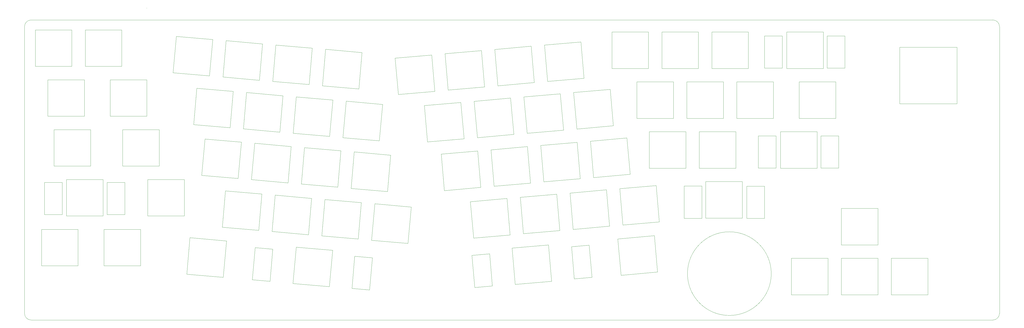
<source format=gbr>
%TF.GenerationSoftware,KiCad,Pcbnew,7.0.6*%
%TF.CreationDate,2023-09-01T00:58:10-07:00*%
%TF.ProjectId,top_plate,746f705f-706c-4617-9465-2e6b69636164,rev?*%
%TF.SameCoordinates,Original*%
%TF.FileFunction,Profile,NP*%
%FSLAX46Y46*%
G04 Gerber Fmt 4.6, Leading zero omitted, Abs format (unit mm)*
G04 Created by KiCad (PCBNEW 7.0.6) date 2023-09-01 00:58:10*
%MOMM*%
%LPD*%
G01*
G04 APERTURE LIST*
%TA.AperFunction,Profile*%
%ADD10C,0.200000*%
%TD*%
%TA.AperFunction,Profile*%
%ADD11C,0.100000*%
%TD*%
%TA.AperFunction,Profile*%
%ADD12C,0.050000*%
%TD*%
G04 APERTURE END LIST*
D10*
X77825700Y-81442770D02*
G75*
G03*
X77825700Y-81442770I-1J0D01*
G01*
D11*
X33748096Y-85987676D02*
G75*
G03*
X31208096Y-88527670I-26J-2539974D01*
G01*
D12*
X364954872Y-96369089D02*
X386795621Y-96369089D01*
X386795621Y-117955876D01*
X364954872Y-117955876D01*
X364954872Y-96369089D01*
D11*
X400449155Y-200642025D02*
X33748096Y-200642025D01*
D12*
X315967525Y-182907188D02*
G75*
G03*
X315967525Y-182907188I-15979145J0D01*
G01*
D11*
X402989155Y-88527670D02*
X402989155Y-198102025D01*
X402989130Y-88527670D02*
G75*
G03*
X400449155Y-85987670I-2540030J-30D01*
G01*
X400449155Y-200642055D02*
G75*
G03*
X402989155Y-198102025I145J2539855D01*
G01*
X33748096Y-85987670D02*
X400449155Y-85987670D01*
X31208096Y-198102025D02*
X31208096Y-88527670D01*
X31208075Y-198102025D02*
G75*
G03*
X33748096Y-200642025I2540125J125D01*
G01*
D12*
%TO.C,REF\u002A\u002A*%
X201809151Y-175934714D02*
X208513542Y-175348156D01*
X208513542Y-175348156D02*
X209584686Y-187591389D01*
X209584686Y-187591389D02*
X202880295Y-188177947D01*
X202880295Y-188177947D02*
X201809151Y-175934714D01*
X239765041Y-172624042D02*
X246469431Y-172037484D01*
X246469431Y-172037484D02*
X247539704Y-184270755D01*
X247539704Y-184270755D02*
X240835313Y-184857313D01*
X240835313Y-184857313D02*
X239765041Y-172624042D01*
X119148382Y-172947182D02*
X125852772Y-173533741D01*
X125852772Y-173533741D02*
X124781628Y-185776973D01*
X124781628Y-185776973D02*
X118077238Y-185190415D01*
X118077238Y-185190415D02*
X119148382Y-172947182D01*
X157102528Y-176277778D02*
X163806918Y-176864336D01*
X163806918Y-176864336D02*
X162736646Y-189097607D01*
X162736646Y-189097607D02*
X156032256Y-188511049D01*
X156032256Y-188511049D02*
X157102528Y-176277778D01*
%TO.C,K_CTRL*%
X37663199Y-165967770D02*
X51613199Y-165967770D01*
X51613199Y-165967770D02*
X51613199Y-179917770D01*
X51613199Y-179917770D02*
X37663199Y-179917770D01*
X37663199Y-179917770D02*
X37663199Y-165967770D01*
%TO.C,K_B*%
X164735447Y-156211673D02*
X178632365Y-157427496D01*
X178632365Y-157427496D02*
X177416542Y-171324412D01*
X177416542Y-171324412D02*
X163519625Y-170108589D01*
X163519625Y-170108589D02*
X164735447Y-156211673D01*
%TO.C,K_UP*%
X342677649Y-157957376D02*
X356627649Y-157957376D01*
X356627649Y-157957376D02*
X356627649Y-171907376D01*
X356627649Y-171907376D02*
X342677649Y-171907376D01*
X342677649Y-171907376D02*
X342677649Y-157957376D01*
%TO.C,K_MINUS*%
X274220149Y-90597376D02*
X288170149Y-90597376D01*
X288170149Y-90597376D02*
X288170149Y-104547376D01*
X288170149Y-104547376D02*
X274220149Y-104547376D01*
X274220149Y-104547376D02*
X274220149Y-90597376D01*
%TO.C,K_CAPS*%
X42425699Y-127867770D02*
X56375699Y-127867770D01*
X56375699Y-127867770D02*
X56375699Y-141817770D01*
X56375699Y-141817770D02*
X42425699Y-141817770D01*
X42425699Y-141817770D02*
X42425699Y-127867770D01*
%TO.C,K_COMMA*%
X239172034Y-152077489D02*
X253068950Y-150861667D01*
X253068950Y-150861667D02*
X254284773Y-164758584D01*
X254284773Y-164758584D02*
X240387857Y-165974407D01*
X240387857Y-165974407D02*
X239172034Y-152077489D01*
%TO.C,K_W*%
X96890423Y-112030467D02*
X110787341Y-113246290D01*
X110787341Y-113246290D02*
X109571518Y-127143206D01*
X109571518Y-127143206D02*
X95674601Y-125927383D01*
X95674601Y-125927383D02*
X96890423Y-112030467D01*
%TO.C,K_T*%
X153822950Y-117011417D02*
X167719868Y-118227240D01*
X167719868Y-118227240D02*
X166504045Y-132124156D01*
X166504045Y-132124156D02*
X152607128Y-130908333D01*
X152607128Y-130908333D02*
X153822950Y-117011417D01*
%TO.C,K_5*%
X145994513Y-97203750D02*
X159891431Y-98419573D01*
X159891431Y-98419573D02*
X158675608Y-112316489D01*
X158675608Y-112316489D02*
X144778691Y-111100666D01*
X144778691Y-111100666D02*
X145994513Y-97203750D01*
%TO.C,K_X*%
X107802921Y-151230722D02*
X121699839Y-152446545D01*
X121699839Y-152446545D02*
X120484016Y-166343461D01*
X120484016Y-166343461D02*
X106587099Y-165127638D01*
X106587099Y-165127638D02*
X107802921Y-151230722D01*
%TO.C,K_Z*%
X78144449Y-146917770D02*
X92094449Y-146917770D01*
X92094449Y-146917770D02*
X92094449Y-160867770D01*
X92094449Y-160867770D02*
X78144449Y-160867770D01*
X78144449Y-160867770D02*
X78144449Y-146917770D01*
%TO.C,K_1*%
X54331949Y-89767770D02*
X68281949Y-89767770D01*
X68281949Y-89767770D02*
X68281949Y-103717770D01*
X68281949Y-103717770D02*
X54331949Y-103717770D01*
X54331949Y-103717770D02*
X54331949Y-89767770D01*
%TO.C,K_E*%
X115867931Y-113690783D02*
X129764849Y-114906606D01*
X129764849Y-114906606D02*
X128549026Y-128803522D01*
X128549026Y-128803522D02*
X114652109Y-127587699D01*
X114652109Y-127587699D02*
X115867931Y-113690783D01*
%TO.C,K_TAB*%
X40044449Y-108817770D02*
X53994449Y-108817770D01*
X53994449Y-108817770D02*
X53994449Y-122767770D01*
X53994449Y-122767770D02*
X40044449Y-122767770D01*
X40044449Y-122767770D02*
X40044449Y-108817770D01*
%TO.C,K_ENTER*%
X319463899Y-128697376D02*
X333413899Y-128697376D01*
X333413899Y-128697376D02*
X333413899Y-142647376D01*
X333413899Y-142647376D02*
X319463899Y-142647376D01*
X319463899Y-142647376D02*
X319463899Y-128697376D01*
%TO.C,REF\u002A\u002A*%
X282739649Y-149442376D02*
X289479649Y-149442376D01*
X289479649Y-149442376D02*
X289479649Y-161782376D01*
X289479649Y-161782376D02*
X282739649Y-161782376D01*
X282739649Y-161782376D02*
X282739649Y-149442376D01*
X306579649Y-149482376D02*
X313349649Y-149482376D01*
X313349649Y-149482376D02*
X313349649Y-161782376D01*
X313349649Y-161782376D02*
X306579649Y-161782376D01*
X306579649Y-161782376D02*
X306579649Y-149482376D01*
%TO.C,K_D*%
X118951992Y-133083372D02*
X132848910Y-134299195D01*
X132848910Y-134299195D02*
X131633087Y-148196111D01*
X131633087Y-148196111D02*
X117736170Y-146980288D01*
X117736170Y-146980288D02*
X118951992Y-133083372D01*
%TO.C,K_3*%
X108039495Y-93883116D02*
X121936413Y-95098939D01*
X121936413Y-95098939D02*
X120720590Y-108995855D01*
X120720590Y-108995855D02*
X106823673Y-107780032D01*
X106823673Y-107780032D02*
X108039495Y-93883116D01*
%TO.C,K_U*%
X202640759Y-117028026D02*
X216537675Y-115812204D01*
X216537675Y-115812204D02*
X217753498Y-129709121D01*
X217753498Y-129709121D02*
X203856582Y-130924944D01*
X203856582Y-130924944D02*
X202640759Y-117028026D01*
%TO.C,K_ALT*%
X94281661Y-169170532D02*
X108178579Y-170386355D01*
X108178579Y-170386355D02*
X106962756Y-184283271D01*
X106962756Y-184283271D02*
X93065839Y-183067448D01*
X93065839Y-183067448D02*
X94281661Y-169170532D01*
%TO.C,REF\u002A\u002A*%
X38821449Y-148022770D02*
X45561449Y-148022770D01*
X45561449Y-148022770D02*
X45561449Y-160362770D01*
X45561449Y-160362770D02*
X38821449Y-160362770D01*
X38821449Y-160362770D02*
X38821449Y-148022770D01*
X62661449Y-148062770D02*
X69431449Y-148062770D01*
X69431449Y-148062770D02*
X69431449Y-160362770D01*
X69431449Y-160362770D02*
X62661449Y-160362770D01*
X62661449Y-160362770D02*
X62661449Y-148062770D01*
%TO.C,K_I*%
X221618268Y-115367709D02*
X235515184Y-114151887D01*
X235515184Y-114151887D02*
X236731007Y-128048804D01*
X236731007Y-128048804D02*
X222834091Y-129264627D01*
X222834091Y-129264627D02*
X221618268Y-115367709D01*
%TO.C,K_G*%
X156907010Y-136404005D02*
X170803928Y-137619828D01*
X170803928Y-137619828D02*
X169588105Y-151516744D01*
X169588105Y-151516744D02*
X155691188Y-150300921D01*
X155691188Y-150300921D02*
X156907010Y-136404005D01*
%TO.C,K_O*%
X240595777Y-113707392D02*
X254492693Y-112491570D01*
X254492693Y-112491570D02*
X255708516Y-126388487D01*
X255708516Y-126388487D02*
X241811600Y-127604310D01*
X241811600Y-127604310D02*
X240595777Y-113707392D01*
%TO.C,K_BACKSPACE*%
X321845149Y-90597376D02*
X335795149Y-90597376D01*
X335795149Y-90597376D02*
X335795149Y-104547376D01*
X335795149Y-104547376D02*
X321845149Y-104547376D01*
X321845149Y-104547376D02*
X321845149Y-90597376D01*
%TO.C,K_`*%
X35281949Y-89767770D02*
X49231949Y-89767770D01*
X49231949Y-89767770D02*
X49231949Y-103717770D01*
X49231949Y-103717770D02*
X35281949Y-103717770D01*
X35281949Y-103717770D02*
X35281949Y-89767770D01*
%TO.C,K_P*%
X264695149Y-109647376D02*
X278645149Y-109647376D01*
X278645149Y-109647376D02*
X278645149Y-123597376D01*
X278645149Y-123597376D02*
X264695149Y-123597376D01*
X264695149Y-123597376D02*
X264695149Y-109647376D01*
%TO.C,K_QUOTE*%
X288507649Y-128697376D02*
X302457649Y-128697376D01*
X302457649Y-128697376D02*
X302457649Y-142647376D01*
X302457649Y-142647376D02*
X288507649Y-142647376D01*
X288507649Y-142647376D02*
X288507649Y-128697376D01*
%TO.C,K_N*%
X201217015Y-155398122D02*
X215113931Y-154182300D01*
X215113931Y-154182300D02*
X216329754Y-168079217D01*
X216329754Y-168079217D02*
X202432838Y-169295040D01*
X202432838Y-169295040D02*
X201217015Y-155398122D01*
%TO.C,K_9*%
X229446706Y-95560041D02*
X243343622Y-94344219D01*
X243343622Y-94344219D02*
X244559445Y-108241136D01*
X244559445Y-108241136D02*
X230662529Y-109456959D01*
X230662529Y-109456959D02*
X229446706Y-95560041D01*
%TO.C,K_4*%
X127017004Y-95543433D02*
X140913922Y-96759256D01*
X140913922Y-96759256D02*
X139698099Y-110656172D01*
X139698099Y-110656172D02*
X125801182Y-109440349D01*
X125801182Y-109440349D02*
X127017004Y-95543433D01*
%TO.C,K_R*%
X134845440Y-115351100D02*
X148742358Y-116566923D01*
X148742358Y-116566923D02*
X147526535Y-130463839D01*
X147526535Y-130463839D02*
X133629618Y-129248016D01*
X133629618Y-129248016D02*
X134845440Y-115351100D01*
%TO.C,K_0*%
X255170149Y-90597376D02*
X269120149Y-90597376D01*
X269120149Y-90597376D02*
X269120149Y-104547376D01*
X269120149Y-104547376D02*
X255170149Y-104547376D01*
X255170149Y-104547376D02*
X255170149Y-90597376D01*
%TO.C,K_Y*%
X183663250Y-118688342D02*
X197560166Y-117472520D01*
X197560166Y-117472520D02*
X198775989Y-131369437D01*
X198775989Y-131369437D02*
X184879073Y-132585260D01*
X184879073Y-132585260D02*
X183663250Y-118688342D01*
%TO.C,K_8*%
X210469197Y-97220358D02*
X224366113Y-96004536D01*
X224366113Y-96004536D02*
X225581936Y-109901453D01*
X225581936Y-109901453D02*
X211685020Y-111117276D01*
X211685020Y-111117276D02*
X210469197Y-97220358D01*
%TO.C,K_RIGHT*%
X361727649Y-177007376D02*
X375677649Y-177007376D01*
X375677649Y-177007376D02*
X375677649Y-190957376D01*
X375677649Y-190957376D02*
X361727649Y-190957376D01*
X361727649Y-190957376D02*
X361727649Y-177007376D01*
%TO.C,K_OBRAC*%
X302795149Y-109647376D02*
X316745149Y-109647376D01*
X316745149Y-109647376D02*
X316745149Y-123597376D01*
X316745149Y-123597376D02*
X302795149Y-123597376D01*
X302795149Y-123597376D02*
X302795149Y-109647376D01*
%TO.C,K_WIN*%
X61475699Y-165967770D02*
X75425699Y-165967770D01*
X75425699Y-165967770D02*
X75425699Y-179917770D01*
X75425699Y-179917770D02*
X61475699Y-179917770D01*
X61475699Y-179917770D02*
X61475699Y-165967770D01*
%TO.C,K_CBRAC*%
X283745149Y-109647376D02*
X297695149Y-109647376D01*
X297695149Y-109647376D02*
X297695149Y-123597376D01*
X297695149Y-123597376D02*
X283745149Y-123597376D01*
X283745149Y-123597376D02*
X283745149Y-109647376D01*
%TO.C,K_S*%
X99974483Y-131423055D02*
X113871401Y-132638878D01*
X113871401Y-132638878D02*
X112655578Y-146535794D01*
X112655578Y-146535794D02*
X98758661Y-145319971D01*
X98758661Y-145319971D02*
X99974483Y-131423055D01*
%TO.C,K_V*%
X145757938Y-154551356D02*
X159654856Y-155767179D01*
X159654856Y-155767179D02*
X158439033Y-169664095D01*
X158439033Y-169664095D02*
X144542116Y-168448272D01*
X144542116Y-168448272D02*
X145757938Y-154551356D01*
%TO.C,K_SHIFT1*%
X290965649Y-147737376D02*
X304915649Y-147737376D01*
X304915649Y-147737376D02*
X304915649Y-161687376D01*
X304915649Y-161687376D02*
X290965649Y-161687376D01*
X290965649Y-161687376D02*
X290965649Y-147737376D01*
%TO.C,K_A*%
X68619449Y-127867770D02*
X82569449Y-127867770D01*
X82569449Y-127867770D02*
X82569449Y-141817770D01*
X82569449Y-141817770D02*
X68619449Y-141817770D01*
X68619449Y-141817770D02*
X68619449Y-127867770D01*
%TO.C,K_F*%
X137929501Y-134743689D02*
X151826419Y-135959512D01*
X151826419Y-135959512D02*
X150610596Y-149856428D01*
X150610596Y-149856428D02*
X136713679Y-148640605D01*
X136713679Y-148640605D02*
X137929501Y-134743689D01*
%TO.C,K_LEFT*%
X323627649Y-177007376D02*
X337577649Y-177007376D01*
X337577649Y-177007376D02*
X337577649Y-190957376D01*
X337577649Y-190957376D02*
X323627649Y-190957376D01*
X323627649Y-190957376D02*
X323627649Y-177007376D01*
%TO.C,K_ALT1*%
X257437671Y-169602220D02*
X271334587Y-168386398D01*
X271334587Y-168386398D02*
X272550410Y-182283315D01*
X272550410Y-182283315D02*
X258653494Y-183499138D01*
X258653494Y-183499138D02*
X257437671Y-169602220D01*
%TO.C,K_6*%
X172514178Y-100540992D02*
X186411094Y-99325170D01*
X186411094Y-99325170D02*
X187626917Y-113222087D01*
X187626917Y-113222087D02*
X173730001Y-114437910D01*
X173730001Y-114437910D02*
X172514178Y-100540992D01*
%TO.C,K_K*%
X228022961Y-133930138D02*
X241919877Y-132714316D01*
X241919877Y-132714316D02*
X243135700Y-146611233D01*
X243135700Y-146611233D02*
X229238784Y-147827056D01*
X229238784Y-147827056D02*
X228022961Y-133930138D01*
%TO.C,K_L*%
X247000471Y-132269821D02*
X260897387Y-131053999D01*
X260897387Y-131053999D02*
X262113210Y-144950916D01*
X262113210Y-144950916D02*
X248216294Y-146166739D01*
X248216294Y-146166739D02*
X247000471Y-132269821D01*
%TO.C,K_DOWN*%
X342677649Y-177007376D02*
X356627649Y-177007376D01*
X356627649Y-177007376D02*
X356627649Y-190957376D01*
X356627649Y-190957376D02*
X342677649Y-190957376D01*
X342677649Y-190957376D02*
X342677649Y-177007376D01*
%TO.C,K_BSLSH*%
X326607649Y-109647376D02*
X340557649Y-109647376D01*
X340557649Y-109647376D02*
X340557649Y-123597376D01*
X340557649Y-123597376D02*
X326607649Y-123597376D01*
X326607649Y-123597376D02*
X326607649Y-109647376D01*
%TO.C,K_H*%
X190067943Y-137250772D02*
X203964859Y-136034950D01*
X203964859Y-136034950D02*
X205180682Y-149931867D01*
X205180682Y-149931867D02*
X191283766Y-151147690D01*
X191283766Y-151147690D02*
X190067943Y-137250772D01*
%TO.C,K_7*%
X191491687Y-98880675D02*
X205388603Y-97664853D01*
X205388603Y-97664853D02*
X206604426Y-111561770D01*
X206604426Y-111561770D02*
X192707510Y-112777593D01*
X192707510Y-112777593D02*
X191491687Y-98880675D01*
%TO.C,K_SHIFT*%
X47188199Y-146917770D02*
X61138199Y-146917770D01*
X61138199Y-146917770D02*
X61138199Y-160867770D01*
X61138199Y-160867770D02*
X47188199Y-160867770D01*
X47188199Y-160867770D02*
X47188199Y-146917770D01*
%TO.C,REF\u002A\u002A*%
X134770625Y-172742973D02*
X148667543Y-173958796D01*
X148667543Y-173958796D02*
X147451720Y-187855712D01*
X147451720Y-187855712D02*
X133554803Y-186639889D01*
X133554803Y-186639889D02*
X134770625Y-172742973D01*
%TO.C,K_M*%
X220194524Y-153737806D02*
X234091440Y-152521984D01*
X234091440Y-152521984D02*
X235307263Y-166418901D01*
X235307263Y-166418901D02*
X221410347Y-167634724D01*
X221410347Y-167634724D02*
X220194524Y-153737806D01*
%TO.C,REF\u002A\u002A*%
X311029649Y-130242376D02*
X317769649Y-130242376D01*
X317769649Y-130242376D02*
X317769649Y-142582376D01*
X317769649Y-142582376D02*
X311029649Y-142582376D01*
X311029649Y-142582376D02*
X311029649Y-130242376D01*
X334869649Y-130282376D02*
X341639649Y-130282376D01*
X341639649Y-130282376D02*
X341639649Y-142582376D01*
X341639649Y-142582376D02*
X334869649Y-142582376D01*
X334869649Y-142582376D02*
X334869649Y-130282376D01*
%TO.C,K_DOT*%
X258149543Y-150417172D02*
X272046459Y-149201350D01*
X272046459Y-149201350D02*
X273262282Y-163098267D01*
X273262282Y-163098267D02*
X259365366Y-164314090D01*
X259365366Y-164314090D02*
X258149543Y-150417172D01*
%TO.C,K_C*%
X126780430Y-152891039D02*
X140677348Y-154106862D01*
X140677348Y-154106862D02*
X139461525Y-168003778D01*
X139461525Y-168003778D02*
X125564608Y-166787955D01*
X125564608Y-166787955D02*
X126780430Y-152891039D01*
%TO.C,REF\u002A\u002A*%
X217093907Y-173141931D02*
X230990823Y-171926109D01*
X230990823Y-171926109D02*
X232206646Y-185823026D01*
X232206646Y-185823026D02*
X218309730Y-187038849D01*
X218309730Y-187038849D02*
X217093907Y-173141931D01*
X313377649Y-92047376D02*
X320117649Y-92047376D01*
X320117649Y-92047376D02*
X320117649Y-104387376D01*
X320117649Y-104387376D02*
X313377649Y-104387376D01*
X313377649Y-104387376D02*
X313377649Y-92047376D01*
X337217649Y-92087376D02*
X343987649Y-92087376D01*
X343987649Y-92087376D02*
X343987649Y-104387376D01*
X343987649Y-104387376D02*
X337217649Y-104387376D01*
X337217649Y-104387376D02*
X337217649Y-92087376D01*
%TO.C,K_2*%
X89061985Y-92222800D02*
X102958903Y-93438623D01*
X102958903Y-93438623D02*
X101743080Y-107335539D01*
X101743080Y-107335539D02*
X87846163Y-106119716D01*
X87846163Y-106119716D02*
X89061985Y-92222800D01*
%TO.C,K_SEMIC*%
X269457649Y-128697376D02*
X283407649Y-128697376D01*
X283407649Y-128697376D02*
X283407649Y-142647376D01*
X283407649Y-142647376D02*
X269457649Y-142647376D01*
X269457649Y-142647376D02*
X269457649Y-128697376D01*
%TO.C,K_J*%
X209045453Y-135590454D02*
X222942369Y-134374632D01*
X222942369Y-134374632D02*
X224158192Y-148271549D01*
X224158192Y-148271549D02*
X210261276Y-149487372D01*
X210261276Y-149487372D02*
X209045453Y-135590454D01*
%TO.C,K_Q*%
X63856949Y-108817770D02*
X77806949Y-108817770D01*
X77806949Y-108817770D02*
X77806949Y-122767770D01*
X77806949Y-122767770D02*
X63856949Y-122767770D01*
X63856949Y-122767770D02*
X63856949Y-108817770D01*
%TO.C,K_EQUAL*%
X293270149Y-90597376D02*
X307220149Y-90597376D01*
X307220149Y-90597376D02*
X307220149Y-104547376D01*
X307220149Y-104547376D02*
X293270149Y-104547376D01*
X293270149Y-104547376D02*
X293270149Y-90597376D01*
%TD*%
M02*

</source>
